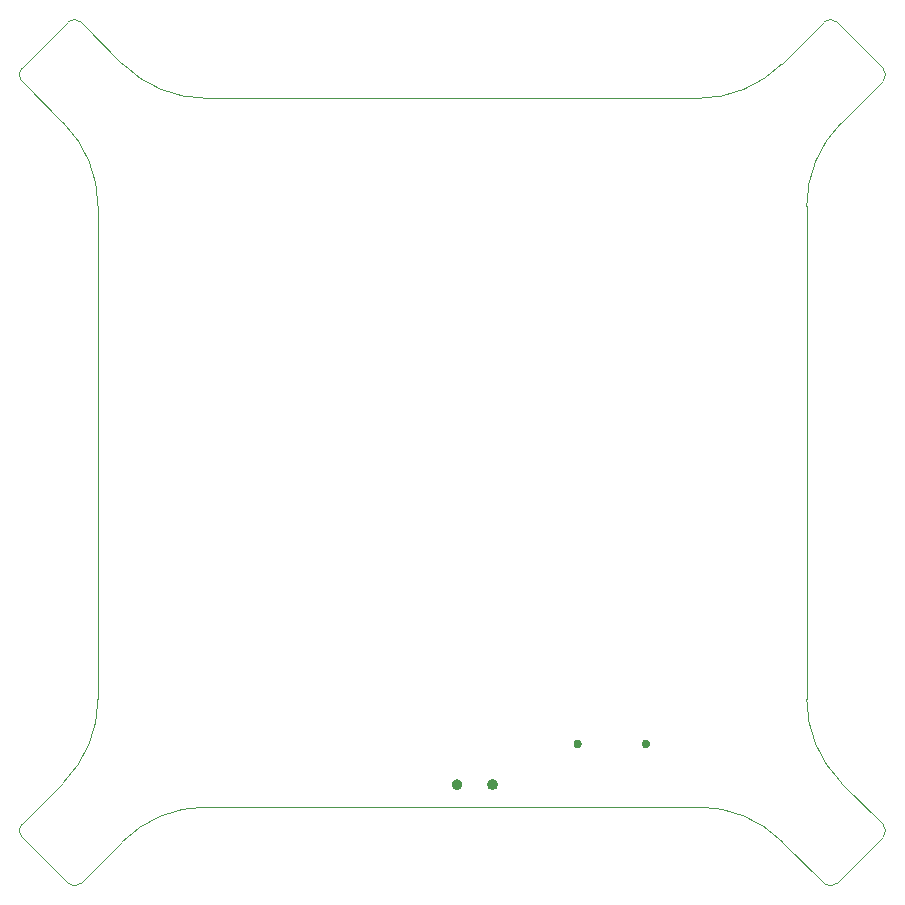
<source format=gm1>
G04 #@! TF.GenerationSoftware,KiCad,Pcbnew,9.0.3*
G04 #@! TF.CreationDate,2026-01-20T11:30:40+07:00*
G04 #@! TF.ProjectId,Mini_drone_PCB,4d696e69-5f64-4726-9f6e-655f5043422e,rev?*
G04 #@! TF.SameCoordinates,Original*
G04 #@! TF.FileFunction,Profile,NP*
%FSLAX46Y46*%
G04 Gerber Fmt 4.6, Leading zero omitted, Abs format (unit mm)*
G04 Created by KiCad (PCBNEW 9.0.3) date 2026-01-20 11:30:40*
%MOMM*%
%LPD*%
G01*
G04 APERTURE LIST*
G04 #@! TA.AperFunction,Profile*
%ADD10C,0.010000*%
G04 #@! TD*
G04 #@! TA.AperFunction,Profile*
%ADD11C,0.000000*%
G04 #@! TD*
G04 APERTURE END LIST*
D10*
X103530332Y-132388194D02*
G75*
G02*
X103530368Y-131327569I530368J530294D01*
G01*
X103530332Y-68388193D02*
G75*
G02*
X103530369Y-67327569I530368J530293D01*
G01*
X119142138Y-69857863D02*
G75*
G02*
X112071059Y-66928942I-38J9999963D01*
G01*
X167928934Y-132786795D02*
X171469672Y-136327533D01*
X171469672Y-63388193D02*
G75*
G02*
X172530333Y-63388192I530331J-530331D01*
G01*
X176469672Y-67327532D02*
X172530333Y-63388193D01*
X176469672Y-67327532D02*
G75*
G02*
X176469710Y-68388230I-530372J-530368D01*
G01*
X172530333Y-136327533D02*
X176469672Y-132388194D01*
X112071070Y-66928931D02*
X108530332Y-63388193D01*
X107469671Y-63388193D02*
G75*
G02*
X108530332Y-63388193I530330J-530331D01*
G01*
X170000002Y-78999999D02*
G75*
G02*
X172928935Y-71928932I9999998J-1D01*
G01*
X107469671Y-63388193D02*
X103530332Y-67327532D01*
X172928934Y-71928931D02*
X176469672Y-68388193D01*
X171469672Y-63388193D02*
X167928934Y-66928931D01*
X167928934Y-66928931D02*
G75*
G02*
X160857866Y-69857850I-7071034J7071031D01*
G01*
X107071070Y-71928931D02*
G75*
G02*
X110000002Y-78999999I-7071070J-7071069D01*
G01*
X172530333Y-136327533D02*
G75*
G02*
X171469672Y-136327533I-530330J530331D01*
G01*
X160857866Y-69857863D02*
X119142138Y-69857863D01*
X103530332Y-68388193D02*
X107071070Y-71928931D01*
X108530332Y-136327533D02*
X112071070Y-132786795D01*
X176469672Y-131327533D02*
G75*
G02*
X176469709Y-132388230I-530372J-530367D01*
G01*
X170000002Y-78999999D02*
X170000002Y-120715727D01*
X160857866Y-129857863D02*
G75*
G02*
X167928958Y-132786771I34J-10000037D01*
G01*
X172928934Y-127786795D02*
G75*
G02*
X169999982Y-120715727I7071066J7071095D01*
G01*
X110000002Y-120715727D02*
G75*
G02*
X107071057Y-127786782I-10000002J27D01*
G01*
X103530332Y-132388194D02*
X107469671Y-136327533D01*
X110000002Y-78999999D02*
X110000002Y-120715727D01*
X107071070Y-127786795D02*
X103530332Y-131327533D01*
X112071070Y-132786795D02*
G75*
G02*
X119142138Y-129857900I7071030J-7071105D01*
G01*
X119142138Y-129857863D02*
X160857866Y-129857863D01*
X108530332Y-136327533D02*
G75*
G02*
X107469671Y-136327534I-530331J530331D01*
G01*
X176469672Y-131327533D02*
X172928934Y-127786795D01*
D11*
G04 #@! TA.AperFunction,Profile*
G04 #@! TO.C,USB1*
G36*
X150743939Y-124183142D02*
G01*
X150823067Y-124228826D01*
X150887674Y-124293433D01*
X150933358Y-124372561D01*
X150957006Y-124460816D01*
X150957006Y-124552184D01*
X150933358Y-124640439D01*
X150887674Y-124719567D01*
X150823067Y-124784174D01*
X150743939Y-124829858D01*
X150655684Y-124853506D01*
X150564316Y-124853506D01*
X150476061Y-124829858D01*
X150396933Y-124784174D01*
X150332326Y-124719567D01*
X150286642Y-124640439D01*
X150262994Y-124552184D01*
X150262994Y-124460816D01*
X150286642Y-124372561D01*
X150332326Y-124293433D01*
X150396933Y-124228826D01*
X150476061Y-124183142D01*
X150564316Y-124159494D01*
X150655684Y-124159494D01*
X150743939Y-124183142D01*
G37*
G04 #@! TD.AperFunction*
G04 #@! TA.AperFunction,Profile*
G36*
X156523939Y-124183142D02*
G01*
X156603067Y-124228826D01*
X156667674Y-124293433D01*
X156713358Y-124372561D01*
X156737006Y-124460816D01*
X156737006Y-124552184D01*
X156713358Y-124640439D01*
X156667674Y-124719567D01*
X156603067Y-124784174D01*
X156523939Y-124829858D01*
X156435684Y-124853506D01*
X156344316Y-124853506D01*
X156256061Y-124829858D01*
X156176933Y-124784174D01*
X156112326Y-124719567D01*
X156066642Y-124640439D01*
X156042994Y-124552184D01*
X156042994Y-124460816D01*
X156066642Y-124372561D01*
X156112326Y-124293433D01*
X156176933Y-124228826D01*
X156256061Y-124183142D01*
X156344316Y-124159494D01*
X156435684Y-124159494D01*
X156523939Y-124183142D01*
G37*
G04 #@! TD.AperFunction*
G04 #@! TA.AperFunction,Profile*
G04 #@! TO.C,SW2*
G36*
X140572208Y-127534254D02*
G01*
X140673943Y-127592991D01*
X140757009Y-127676057D01*
X140815746Y-127777792D01*
X140846150Y-127891263D01*
X140846150Y-128008737D01*
X140815746Y-128122208D01*
X140757009Y-128223943D01*
X140673943Y-128307009D01*
X140572208Y-128365746D01*
X140458737Y-128396150D01*
X140341263Y-128396150D01*
X140227792Y-128365746D01*
X140126057Y-128307009D01*
X140042991Y-128223943D01*
X139984254Y-128122208D01*
X139953850Y-128008737D01*
X139953850Y-127891263D01*
X139984254Y-127777792D01*
X140042991Y-127676057D01*
X140126057Y-127592991D01*
X140227792Y-127534254D01*
X140341263Y-127503850D01*
X140458737Y-127503850D01*
X140572208Y-127534254D01*
G37*
G04 #@! TD.AperFunction*
G04 #@! TA.AperFunction,Profile*
G36*
X143572208Y-127534254D02*
G01*
X143673943Y-127592991D01*
X143757009Y-127676057D01*
X143815746Y-127777792D01*
X143846150Y-127891263D01*
X143846150Y-128008737D01*
X143815746Y-128122208D01*
X143757009Y-128223943D01*
X143673943Y-128307009D01*
X143572208Y-128365746D01*
X143458737Y-128396150D01*
X143341263Y-128396150D01*
X143227792Y-128365746D01*
X143126057Y-128307009D01*
X143042991Y-128223943D01*
X142984254Y-128122208D01*
X142953850Y-128008737D01*
X142953850Y-127891263D01*
X142984254Y-127777792D01*
X143042991Y-127676057D01*
X143126057Y-127592991D01*
X143227792Y-127534254D01*
X143341263Y-127503850D01*
X143458737Y-127503850D01*
X143572208Y-127534254D01*
G37*
G04 #@! TD.AperFunction*
G04 #@! TD*
M02*

</source>
